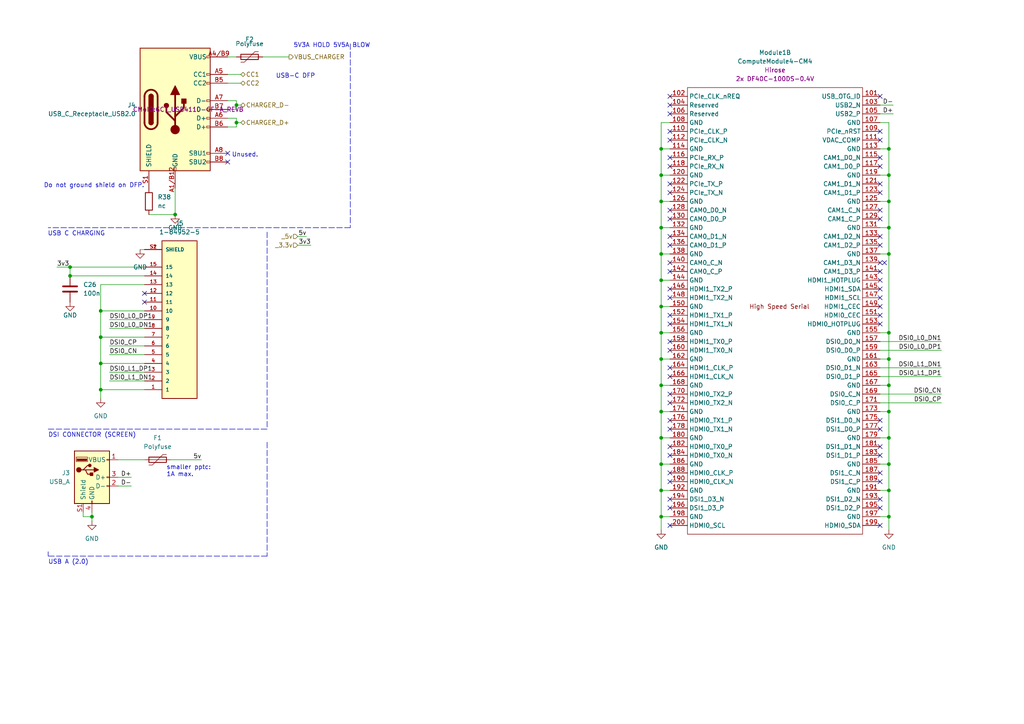
<source format=kicad_sch>
(kicad_sch (version 20211123) (generator eeschema)
  (paper "A4")
  (title_block (date "2022-04-23") (rev "Rev1-Pre") (comment 1 "https://github.com/cinnamondev/gamepithing"))
  (lib_symbols
    (symbol "84952-5:1-84952-5" (pin_names (offset 1.016))
      (property "Reference" "J" (at -5.08 24.13 0))
      (property "Value" "1-84952-5" (at -5.08 -25.4 0))
      (symbol "1-84952-5_0_0"
        (rectangle (start -5.08 -22.86) (end 5.08 22.86) (stroke (width 0.254)) (fill (type background)))
        (pin passive line (at -10.16 20.32 0) (length 5.08) (name "1") (number "1"))
        (pin passive line (at -10.16 -2.54 0) (length 5.08) (name "10") (number "10"))
        (pin passive line (at -10.16 -5.08 0) (length 5.08) (name "11") (number "11"))
        (pin passive line (at -10.16 -7.62 0) (length 5.08) (name "12") (number "12"))
        (pin passive line (at -10.16 -10.16 0) (length 5.08) (name "13") (number "13"))
        (pin passive line (at -10.16 -12.7 0) (length 5.08) (name "14") (number "14"))
        (pin passive line (at -10.16 -15.24 0) (length 5.08) (name "15") (number "15"))
        (pin passive line (at -10.16 17.78 0) (length 5.08) (name "2") (number "2"))
        (pin passive line (at -10.16 15.24 0) (length 5.08) (name "3") (number "3"))
        (pin passive line (at -10.16 12.7 0) (length 5.08) (name "4") (number "4"))
        (pin passive line (at -10.16 10.16 0) (length 5.08) (name "5") (number "5"))
        (pin passive line (at -10.16 7.62 0) (length 5.08) (name "6") (number "6"))
        (pin passive line (at -10.16 5.08 0) (length 5.08) (name "7") (number "7"))
        (pin passive line (at -10.16 2.54 0) (length 5.08) (name "8") (number "8"))
        (pin passive line (at -10.16 0 0) (length 5.08) (name "9") (number "9"))
        (pin passive line (at -10.16 -20.32 0) (length 5.08) (name "SHIELD") (number "S1"))
        (pin passive line (at -10.16 -20.32 0) (length 5.08) (name "SHIELD") (number "S2"))
      )
    )
    (symbol "CM4IO:ComputeModule4-CM4"
      (property "Reference" "Module" (at 113.03 -68.58 0))
      (property "Value" "ComputeModule4-CM4" (at 140.97 2.54 0))
      (property "Field4" "Hirose" (at 0 0 0))
      (property "Field5" "2x DF40C-100DS-0.4V" (at 0 -2.54 0))
      (symbol "ComputeModule4-CM4_1_0"
        (text "GPIO" (at 0 6.35 0) (effects (font (size 1.27 1.27))))
      )
      (symbol "ComputeModule4-CM4_1_1"
        (rectangle (start -30.48 -71.12) (end 25.4 58.42))
        (text "600mA Max" (at -8.89 -53.34 0) (effects (font (size 1.27 1.27))))
        (text "600mA Max" (at -8.89 -48.26 0) (effects (font (size 1.27 1.27))))
        (text "NB SD signals are only available" (at -1.27 -27.94 0) (effects (font (size 1.27 1.27))))
        (text "on modules without eMMC" (at -1.27 -30.48 0) (effects (font (size 1.27 1.27))))
        (pin power_in line (at 27.94 55.88 180) (length 2.54) (name "GND") (number "1"))
        (pin passive line (at -33.02 45.72 0) (length 2.54) (name "Ethernet_Pair0_N") (number "10"))
        (pin output line (at -33.02 -68.58 0) (length 2.54) (name "nEXTRST") (number "100"))
        (pin passive line (at 27.94 43.18 180) (length 2.54) (name "Ethernet_Pair2_P") (number "11"))
        (pin passive line (at -33.02 43.18 0) (length 2.54) (name "Ethernet_Pair0_P") (number "12"))
        (pin power_in line (at 27.94 40.64 180) (length 2.54) (name "GND") (number "13"))
        (pin power_in line (at -33.02 40.64 0) (length 2.54) (name "GND") (number "14"))
        (pin output line (at 27.94 38.1 180) (length 2.54) (name "Ethernet_nLED3(3.3v)") (number "15"))
        (pin input line (at -33.02 38.1 0) (length 2.54) (name "Ethernet_SYNC_IN(1.8v)") (number "16"))
        (pin output line (at 27.94 35.56 180) (length 2.54) (name "Ethernet_nLED2(3.3v)") (number "17"))
        (pin input line (at -33.02 35.56 0) (length 2.54) (name "Ethernet_SYNC_OUT(1.8v)") (number "18"))
        (pin output line (at 27.94 33.02 180) (length 2.54) (name "Ethernet_nLED1(3.3v)") (number "19"))
        (pin power_in line (at -33.02 55.88 0) (length 2.54) (name "GND") (number "2"))
        (pin passive line (at -33.02 33.02 0) (length 2.54) (name "EEPROM_nWP") (number "20"))
        (pin open_collector line (at 27.94 30.48 180) (length 2.54) (name "PI_nLED_Activity") (number "21"))
        (pin power_in line (at -33.02 30.48 0) (length 2.54) (name "GND") (number "22"))
        (pin power_in line (at 27.94 27.94 180) (length 2.54) (name "GND") (number "23"))
        (pin passive line (at -33.02 27.94 0) (length 2.54) (name "GPIO26") (number "24"))
        (pin passive line (at 27.94 25.4 180) (length 2.54) (name "GPIO21") (number "25"))
        (pin passive line (at -33.02 25.4 0) (length 2.54) (name "GPIO19") (number "26"))
        (pin passive line (at 27.94 22.86 180) (length 2.54) (name "GPIO20") (number "27"))
        (pin passive line (at -33.02 22.86 0) (length 2.54) (name "GPIO13") (number "28"))
        (pin passive line (at 27.94 20.32 180) (length 2.54) (name "GPIO16") (number "29"))
        (pin passive line (at 27.94 53.34 180) (length 2.54) (name "Ethernet_Pair3_P") (number "3"))
        (pin passive line (at -33.02 20.32 0) (length 2.54) (name "GPIO6") (number "30"))
        (pin passive line (at 27.94 17.78 180) (length 2.54) (name "GPIO12") (number "31"))
        (pin power_in line (at -33.02 17.78 0) (length 2.54) (name "GND") (number "32"))
        (pin power_in line (at 27.94 15.24 180) (length 2.54) (name "GND") (number "33"))
        (pin passive line (at -33.02 15.24 0) (length 2.54) (name "GPIO5") (number "34"))
        (pin passive line (at 27.94 12.7 180) (length 2.54) (name "ID_SC") (number "35"))
        (pin passive line (at -33.02 12.7 0) (length 2.54) (name "ID_SD") (number "36"))
        (pin passive line (at 27.94 10.16 180) (length 2.54) (name "GPIO7") (number "37"))
        (pin passive line (at -33.02 10.16 0) (length 2.54) (name "GPIO11") (number "38"))
        (pin passive line (at 27.94 7.62 180) (length 2.54) (name "GPIO8") (number "39"))
        (pin passive line (at -33.02 53.34 0) (length 2.54) (name "Ethernet_Pair1_P") (number "4"))
        (pin passive line (at -33.02 7.62 0) (length 2.54) (name "GPIO9") (number "40"))
        (pin passive line (at 27.94 5.08 180) (length 2.54) (name "GPIO25") (number "41"))
        (pin power_in line (at -33.02 5.08 0) (length 2.54) (name "GND") (number "42"))
        (pin power_in line (at 27.94 2.54 180) (length 2.54) (name "GND") (number "43"))
        (pin passive line (at -33.02 2.54 0) (length 2.54) (name "GPIO10") (number "44"))
        (pin passive line (at 27.94 0 180) (length 2.54) (name "GPIO24") (number "45"))
        (pin passive line (at -33.02 0 0) (length 2.54) (name "GPIO22") (number "46"))
        (pin passive line (at 27.94 -2.54 180) (length 2.54) (name "GPIO23") (number "47"))
        (pin passive line (at -33.02 -2.54 0) (length 2.54) (name "GPIO27") (number "48"))
        (pin passive line (at 27.94 -5.08 180) (length 2.54) (name "GPIO18") (number "49"))
        (pin passive line (at 27.94 50.8 180) (length 2.54) (name "Ethernet_Pair3_N") (number "5"))
        (pin passive line (at -33.02 -5.08 0) (length 2.54) (name "GPIO17") (number "50"))
        (pin passive line (at 27.94 -7.62 180) (length 2.54) (name "GPIO15") (number "51"))
        (pin power_in line (at -33.02 -7.62 0) (length 2.54) (name "GND") (number "52"))
        (pin power_in line (at 27.94 -10.16 180) (length 2.54) (name "GND") (number "53"))
        (pin passive line (at -33.02 -10.16 0) (length 2.54) (name "GPIO4") (number "54"))
        (pin passive line (at 27.94 -12.7 180) (length 2.54) (name "GPIO14") (number "55"))
        (pin passive line (at -33.02 -12.7 0) (length 2.54) (name "GPIO3") (number "56"))
        (pin passive line (at 27.94 -15.24 180) (length 2.54) (name "SD_CLK") (number "57"))
        (pin passive line (at -33.02 -15.24 0) (length 2.54) (name "GPIO2") (number "58"))
        (pin power_in line (at 27.94 -17.78 180) (length 2.54) (name "GND") (number "59"))
        (pin passive line (at -33.02 50.8 0) (length 2.54) (name "Ethernet_Pair1_N") (number "6"))
        (pin power_in line (at -33.02 -17.78 0) (length 2.54) (name "GND") (number "60"))
        (pin passive line (at 27.94 -20.32 180) (length 2.54) (name "SD_DAT3") (number "61"))
        (pin passive line (at -33.02 -20.32 0) (length 2.54) (name "SD_CMD") (number "62"))
        (pin passive line (at 27.94 -22.86 180) (length 2.54) (name "SD_DAT0") (number "63"))
        (pin passive line (at -33.02 -22.86 0) (length 2.54) (name "SD_DAT5") (number "64"))
        (pin power_in line (at 27.94 -25.4 180) (length 2.54) (name "GND") (number "65"))
        (pin power_in line (at -33.02 -25.4 0) (length 2.54) (name "GND") (number "66"))
        (pin passive line (at 27.94 -27.94 180) (length 2.54) (name "SD_DAT1") (number "67"))
        (pin passive line (at -33.02 -27.94 0) (length 2.54) (name "SD_DAT4") (number "68"))
        (pin passive line (at 27.94 -30.48 180) (length 2.54) (name "SD_DAT2") (number "69"))
        (pin power_in line (at 27.94 48.26 180) (length 2.54) (name "GND") (number "7"))
        (pin passive line (at -33.02 -30.48 0) (length 2.54) (name "SD_DAT7") (number "70"))
        (pin power_in line (at 27.94 -33.02 180) (length 2.54) (name "GND") (number "71"))
        (pin passive line (at -33.02 -33.02 0) (length 2.54) (name "SD_DAT6") (number "72"))
        (pin input line (at 27.94 -35.56 180) (length 2.54) (name "SD_VDD_Override") (number "73"))
        (pin power_in line (at -33.02 -35.56 0) (length 2.54) (name "GND") (number "74"))
        (pin output line (at 27.94 -38.1 180) (length 2.54) (name "SD_PWR_ON") (number "75"))
        (pin passive line (at -33.02 -38.1 0) (length 2.54) (name "Reserved") (number "76"))
        (pin power_in line (at 27.94 -40.64 180) (length 2.54) (name "+5v_(Input)") (number "77"))
        (pin power_in line (at -33.02 -40.64 0) (length 2.54) (name "GPIO_VREF(1.8v/3.3v_Input)") (number "78"))
        (pin power_in line (at 27.94 -43.18 180) (length 2.54) (name "+5v_(Input)") (number "79"))
        (pin power_in line (at -33.02 48.26 0) (length 2.54) (name "GND") (number "8"))
        (pin passive line (at -33.02 -43.18 0) (length 2.54) (name "SCL0") (number "80"))
        (pin power_in line (at 27.94 -45.72 180) (length 2.54) (name "+5v_(Input)") (number "81"))
        (pin passive line (at -33.02 -45.72 0) (length 2.54) (name "SDA0") (number "82"))
        (pin power_in line (at 27.94 -48.26 180) (length 2.54) (name "+5v_(Input)") (number "83"))
        (pin power_out line (at -33.02 -48.26 0) (length 2.54) (name "+3.3v_(Output)") (number "84"))
        (pin power_in line (at 27.94 -50.8 180) (length 2.54) (name "+5v_(Input)") (number "85"))
        (pin power_out line (at -33.02 -50.8 0) (length 2.54) (name "+3.3v_(Output)") (number "86"))
        (pin power_in line (at 27.94 -53.34 180) (length 2.54) (name "+5v_(Input)") (number "87"))
        (pin power_out line (at -33.02 -53.34 0) (length 2.54) (name "+1.8v_(Output)") (number "88"))
        (pin power_in line (at 27.94 -55.88 180) (length 2.54) (name "WiFi_nDisable") (number "89"))
        (pin passive line (at 27.94 45.72 180) (length 2.54) (name "Ethernet_Pair2_N") (number "9"))
        (pin power_out line (at -33.02 -55.88 0) (length 2.54) (name "+1.8v_(Output)") (number "90"))
        (pin power_in line (at 27.94 -58.42 180) (length 2.54) (name "BT_nDisable") (number "91"))
        (pin passive line (at -33.02 -58.42 0) (length 2.54) (name "RUN_PG") (number "92"))
        (pin input line (at 27.94 -60.96 180) (length 2.54) (name "nRPIBOOT") (number "93"))
        (pin passive line (at -33.02 -60.96 0) (length 2.54) (name "AnalogIP1") (number "94"))
        (pin output line (at 27.94 -63.5 180) (length 2.54) (name "nPI_LED_PWR") (number "95"))
        (pin passive line (at -33.02 -63.5 0) (length 2.54) (name "AnalogIP0") (number "96"))
        (pin passive line (at 27.94 -66.04 180) (length 2.54) (name "Camera_GPIO") (number "97"))
        (pin power_in line (at -33.02 -66.04 0) (length 2.54) (name "GND") (number "98"))
        (pin input line (at 27.94 -68.58 180) (length 2.54) (name "Global_EN") (number "99"))
      )
      (symbol "ComputeModule4-CM4_2_1"
        (rectangle (start 114.3 -66.04) (end 165.1 63.5))
        (text "High Speed Serial" (at 140.97 0 0) (effects (font (size 1.27 1.27))))
        (pin input line (at 170.18 60.96 180) (length 5.08) (name "USB_OTG_ID") (number "101"))
        (pin input line (at 109.22 60.96 0) (length 5.08) (name "PCIe_CLK_nREQ") (number "102"))
        (pin passive line (at 170.18 58.42 180) (length 5.08) (name "USB2_N") (number "103"))
        (pin passive line (at 109.22 58.42 0) (length 5.08) (name "Reserved") (number "104"))
        (pin passive line (at 170.18 55.88 180) (length 5.08) (name "USB2_P") (number "105"))
        (pin passive line (at 109.22 55.88 0) (length 5.08) (name "Reserved") (number "106"))
        (pin power_in line (at 170.18 53.34 180) (length 5.08) (name "GND") (number "107"))
        (pin power_in line (at 109.22 53.34 0) (length 5.08) (name "GND") (number "108"))
        (pin bidirectional line (at 170.18 50.8 180) (length 5.08) (name "PCIe_nRST") (number "109"))
        (pin output line (at 109.22 50.8 0) (length 5.08) (name "PCIe_CLK_P") (number "110"))
        (pin passive line (at 170.18 48.26 180) (length 5.08) (name "VDAC_COMP") (number "111"))
        (pin output line (at 109.22 48.26 0) (length 5.08) (name "PCIe_CLK_N") (number "112"))
        (pin power_in line (at 170.18 45.72 180) (length 5.08) (name "GND") (number "113"))
        (pin power_in line (at 109.22 45.72 0) (length 5.08) (name "GND") (number "114"))
        (pin input line (at 170.18 43.18 180) (length 5.08) (name "CAM1_D0_N") (number "115"))
        (pin input line (at 109.22 43.18 0) (length 5.08) (name "PCIe_RX_P") (number "116"))
        (pin input line (at 170.18 40.64 180) (length 5.08) (name "CAM1_D0_P") (number "117"))
        (pin input line (at 109.22 40.64 0) (length 5.08) (name "PCIe_RX_N") (number "118"))
        (pin power_in line (at 170.18 38.1 180) (length 5.08) (name "GND") (number "119"))
        (pin power_in line (at 109.22 38.1 0) (length 5.08) (name "GND") (number "120"))
        (pin input line (at 170.18 35.56 180) (length 5.08) (name "CAM1_D1_N") (number "121"))
        (pin output line (at 109.22 35.56 0) (length 5.08) (name "PCIe_TX_P") (number "122"))
        (pin input line (at 170.18 33.02 180) (length 5.08) (name "CAM1_D1_P") (number "123"))
        (pin output line (at 109.22 33.02 0) (length 5.08) (name "PCIe_TX_N") (number "124"))
        (pin power_in line (at 170.18 30.48 180) (length 5.08) (name "GND") (number "125"))
        (pin power_in line (at 109.22 30.48 0) (length 5.08) (name "GND") (number "126"))
        (pin input line (at 170.18 27.94 180) (length 5.08) (name "CAM1_C_N") (number "127"))
        (pin input line (at 109.22 27.94 0) (length 5.08) (name "CAM0_D0_N") (number "128"))
        (pin input line (at 170.18 25.4 180) (length 5.08) (name "CAM1_C_P") (number "129"))
        (pin input line (at 109.22 25.4 0) (length 5.08) (name "CAM0_D0_P") (number "130"))
        (pin power_in line (at 170.18 22.86 180) (length 5.08) (name "GND") (number "131"))
        (pin power_in line (at 109.22 22.86 0) (length 5.08) (name "GND") (number "132"))
        (pin input line (at 170.18 20.32 180) (length 5.08) (name "CAM1_D2_N") (number "133"))
        (pin input line (at 109.22 20.32 0) (length 5.08) (name "CAM0_D1_N") (number "134"))
        (pin input line (at 170.18 17.78 180) (length 5.08) (name "CAM1_D2_P") (number "135"))
        (pin input line (at 109.22 17.78 0) (length 5.08) (name "CAM0_D1_P") (number "136"))
        (pin power_in line (at 170.18 15.24 180) (length 5.08) (name "GND") (number "137"))
        (pin power_in line (at 109.22 15.24 0) (length 5.08) (name "GND") (number "138"))
        (pin input line (at 170.18 12.7 180) (length 5.08) (name "CAM1_D3_N") (number "139"))
        (pin input line (at 109.22 12.7 0) (length 5.08) (name "CAM0_C_N") (number "140"))
        (pin input line (at 170.18 10.16 180) (length 5.08) (name "CAM1_D3_P") (number "141"))
        (pin input line (at 109.22 10.16 0) (length 5.08) (name "CAM0_C_P") (number "142"))
        (pin input line (at 170.18 7.62 180) (length 5.08) (name "HDMI1_HOTPLUG") (number "143"))
        (pin power_in line (at 109.22 7.62 0) (length 5.08) (name "GND") (number "144"))
        (pin bidirectional line (at 170.18 5.08 180) (length 5.08) (name "HDMI1_SDA") (number "145"))
        (pin output line (at 109.22 5.08 0) (length 5.08) (name "HDMI1_TX2_P") (number "146"))
        (pin open_collector line (at 170.18 2.54 180) (length 5.08) (name "HDMI1_SCL") (number "147"))
        (pin output line (at 109.22 2.54 0) (length 5.08) (name "HDMI1_TX2_N") (number "148"))
        (pin open_collector line (at 170.18 0 180) (length 5.08) (name "HDMI1_CEC") (number "149"))
        (pin power_in line (at 109.22 0 0) (length 5.08) (name "GND") (number "150"))
        (pin open_collector line (at 170.18 -2.54 180) (length 5.08) (name "HDMI0_CEC") (number "151"))
        (pin output line (at 109.22 -2.54 0) (length 5.08) (name "HDMI1_TX1_P") (number "152"))
        (pin input line (at 170.18 -5.08 180) (length 5.08) (name "HDMI0_HOTPLUG") (number "153"))
        (pin output line (at 109.22 -5.08 0) (length 5.08) (name "HDMI1_TX1_N") (number "154"))
        (pin power_in line (at 170.18 -7.62 180) (length 5.08) (name "GND") (number "155"))
        (pin power_in line (at 109.22 -7.62 0) (length 5.08) (name "GND") (number "156"))
        (pin output line (at 170.18 -10.16 180) (length 5.08) (name "DSI0_D0_N") (number "157"))
        (pin output line (at 109.22 -10.16 0) (length 5.08) (name "HDMI1_TX0_P") (number "158"))
        (pin output line (at 170.18 -12.7 180) (length 5.08) (name "DSI0_D0_P") (number "159"))
        (pin output line (at 109.22 -12.7 0) (length 5.08) (name "HDMI1_TX0_N") (number "160"))
        (pin power_in line (at 170.18 -15.24 180) (length 5.08) (name "GND") (number "161"))
        (pin power_in line (at 109.22 -15.24 0) (length 5.08) (name "GND") (number "162"))
        (pin output line (at 170.18 -17.78 180) (length 5.08) (name "DSI0_D1_N") (number "163"))
        (pin output line (at 109.22 -17.78 0) (length 5.08) (name "HDMI1_CLK_P") (number "164"))
        (pin output line (at 170.18 -20.32 180) (length 5.08) (name "DSI0_D1_P") (number "165"))
        (pin output line (at 109.22 -20.32 0) (length 5.08) (name "HDMI1_CLK_N") (number "166"))
        (pin power_in line (at 170.18 -22.86 180) (length 5.08) (name "GND") (number "167"))
        (pin power_in line (at 109.22 -22.86 0) (length 5.08) (name "GND") (number "168"))
        (pin output line (at 170.18 -25.4 180) (length 5.08) (name "DSI0_C_N") (number "169"))
        (pin output line (at 109.22 -25.4 0) (length 5.08) (name "HDMI0_TX2_P") (number "170"))
        (pin output line (at 170.18 -27.94 180) (length 5.08) (name "DSI0_C_P") (number "171"))
        (pin output line (at 109.22 -27.94 0) (length 5.08) (name "HDMI0_TX2_N") (number "172"))
        (pin power_in line (at 170.18 -30.48 180) (length 5.08) (name "GND") (number "173"))
        (pin power_in line (at 109.22 -30.48 0) (length 5.08) (name "GND") (number "174"))
        (pin output line (at 170.18 -33.02 180) (length 5.08) (name "DSI1_D0_N") (number "175"))
        (pin output line (at 109.22 -33.02 0) (length 5.08) (name "HDMI0_TX1_P") (number "176"))
        (pin output line (at 170.18 -35.56 180) (length 5.08) (name "DSI1_D0_P") (number "177"))
        (pin output line (at 109.22 -35.56 0) (length 5.08) (name "HDMI0_TX1_N") (number "178"))
        (pin power_in line (at 170.18 -38.1 180) (length 5.08) (name "GND") (number "179"))
        (pin power_in line (at 109.22 -38.1 0) (length 5.08) (name "GND") (number "180"))
        (pin output line (at 170.18 -40.64 180) (length 5.08) (name "DSI1_D1_N") (number "181"))
        (pin output line (at 109.22 -40.64 0) (length 5.08) (name "HDMI0_TX0_P") (number "182"))
        (pin output line (at 170.18 -43.18 180) (length 5.08) (name "DSI1_D1_P") (number "183"))
        (pin output line (at 109.22 -43.18 0) (length 5.08) (name "HDMI0_TX0_N") (number "184"))
        (pin power_in line (at 170.18 -45.72 180) (length 5.08) (name "GND") (number "185"))
        (pin power_in line (at 109.22 -45.72 0) (length 5.08) (name "GND") (number "186"))
        (pin output line (at 170.18 -48.26 180) (length 5.08) (name "DSI1_C_N") (number "187"))
        (pin output line (at 109.22 -48.26 0) (length 5.08) (name "HDMI0_CLK_P") (number "188"))
        (pin output line (at 170.18 -50.8 180) (length 5.08) (name "DSI1_C_P") (number "189"))
        (pin output line (at 109.22 -50.8 0) (length 5.08) (name "HDMI0_CLK_N") (number "190"))
        (pin power_in line (at 170.18 -53.34 180) (length 5.08) (name "GND") (number "191"))
        (pin power_in line (at 109.22 -53.34 0) (length 5.08) (name "GND") (number "192"))
        (pin output line (at 170.18 -55.88 180) (length 5.08) (name "DSI1_D2_N") (number "193"))
        (pin output line (at 109.22 -55.88 0) (length 5.08) (name "DSI1_D3_N") (number "194"))
        (pin output line (at 170.18 -58.42 180) (length 5.08) (name "DSI1_D2_P") (number "195"))
        (pin output line (at 109.22 -58.42 0) (length 5.08) (name "DSI1_D3_P") (number "196"))
        (pin power_in line (at 170.18 -60.96 180) (length 5.08) (name "GND") (number "197"))
        (pin power_in line (at 109.22 -60.96 0) (length 5.08) (name "GND") (number "198"))
        (pin bidirectional line (at 170.18 -63.5 180) (length 5.08) (name "HDMI0_SDA") (number "199"))
        (pin open_collector line (at 109.22 -63.5 0) (length 5.08) (name "HDMI0_SCL") (number "200"))
      )
    )
    (symbol "Connector:USB_A" (pin_names (offset 1.016))
      (property "Reference" "J3" (at -6.35 1.2701 0))
      (property "Value" "USB_A" (at -6.35 -1.2699 0))
      (symbol "USB_A_0_1"
        (rectangle (start -5.08 -7.62) (end 5.08 7.62) (stroke (width 0.254)) (fill (type background)))
        (circle (center -3.81 2.159) (radius 0.635) (stroke (width 0.254)) (fill (type outline)))
        (rectangle (start -1.524 4.826) (end -4.318 5.334) (fill (type outline)))
        (rectangle (start -1.27 4.572) (end -4.572 5.842))
        (circle (center -0.635 3.429) (radius 0.381) (stroke (width 0.254)) (fill (type outline)))
        (rectangle (start -0.127 -7.62) (end 0.127 -6.858))
        (polyline (pts (xy -3.175 2.159) (xy -2.54 2.159) (xy -1.27 3.429) (xy -0.635 3.429)) (stroke (width 0.254)))
        (polyline (pts (xy -2.54 2.159) (xy -1.905 2.159) (xy -1.27 0.889) (xy 0 0.889)) (stroke (width 0.254)))
        (polyline (pts (xy 0.635 2.794) (xy 0.635 1.524) (xy 1.905 2.159) (xy 0.635 2.794)) (stroke (width 0.254)) (fill (type outline)))
        (rectangle (start 0.254 1.27) (end -0.508 0.508) (stroke (width 0.254)) (fill (type outline)))
        (rectangle (start 5.08 -2.667) (end 4.318 -2.413))
        (rectangle (start 5.08 -0.127) (end 4.318 0.127))
        (rectangle (start 5.08 4.953) (end 4.318 5.207))
      )
      (symbol "USB_A_1_1"
        (polyline (pts (xy -1.905 2.159) (xy 0.635 2.159)) (stroke (width 0.254)))
        (pin power_in line (at 7.62 5.08 180) (length 2.54) (name "VBUS") (number "1"))
        (pin bidirectional line (at 7.62 -2.54 180) (length 2.54) (name "D-") (number "2"))
        (pin bidirectional line (at 7.62 0 180) (length 2.54) (name "D+") (number "3"))
        (pin power_in line (at 0 -10.16 90) (length 2.54) (name "GND") (number "4"))
        (pin passive line (at -2.54 -10.16 90) (length 2.54) (name "Shield") (number "S1"))
        (pin passive line (at -2.54 -10.16 90) (length 2.54) hide (name "Shield") (number "S2"))
      )
    )
    (symbol "Connector:USB_C_Receptacle_USB2.0" (pin_names (offset 1.016))
      (property "Reference" "J4" (at -11.43 1.2701 0))
      (property "Value" "USB_C_Receptacle_USB2.0" (at -11.43 -1.2699 0))
      (property "Footprint" "CM4IO:GCT_USB4110-GF-A_REVB" (at 3.81 0 0))
      (symbol "USB_C_Receptacle_USB2.0_0_0"
        (rectangle (start -0.254 -17.78) (end 0.254 -16.764))
        (rectangle (start 10.16 -14.986) (end 9.144 -15.494))
        (rectangle (start 10.16 -12.446) (end 9.144 -12.954))
        (rectangle (start 10.16 -4.826) (end 9.144 -5.334))
        (rectangle (start 10.16 -2.286) (end 9.144 -2.794))
        (rectangle (start 10.16 0.254) (end 9.144 -0.254))
        (rectangle (start 10.16 2.794) (end 9.144 2.286))
        (rectangle (start 10.16 7.874) (end 9.144 7.366))
        (rectangle (start 10.16 10.414) (end 9.144 9.906))
        (rectangle (start 10.16 15.494) (end 9.144 14.986))
      )
      (symbol "USB_C_Receptacle_USB2.0_0_1"
        (rectangle (start -10.16 17.78) (end 10.16 -17.78) (stroke (width 0.254)) (fill (type background)))
        (arc (start -8.89 -3.81) (mid -6.985 -5.715) (end -5.08 -3.81) (stroke (width 0.508)))
        (arc (start -7.62 -3.81) (mid -6.985 -4.445) (end -6.35 -3.81) (stroke (width 0.254)))
        (arc (start -7.62 -3.81) (mid -6.985 -4.445) (end -6.35 -3.81) (stroke (width 0.254)) (fill (type outline)))
        (rectangle (start -7.62 -3.81) (end -6.35 3.81) (stroke (width 0.254)) (fill (type outline)))
        (arc (start -6.35 3.81) (mid -6.985 4.445) (end -7.62 3.81) (stroke (width 0.254)))
        (arc (start -6.35 3.81) (mid -6.985 4.445) (end -7.62 3.81) (stroke (width 0.254)) (fill (type outline)))
        (arc (start -5.08 3.81) (mid -6.985 5.715) (end -8.89 3.81) (stroke (width 0.508)))
        (circle (center -2.54 1.143) (radius 0.635) (stroke (width 0.254)) (fill (type outline)))
        (circle (center 0 -5.842) (radius 1.27) (fill (type outline)))
        (polyline (pts (xy -8.89 -3.81) (xy -8.89 3.81)) (stroke (width 0.508)))
        (polyline (pts (xy -5.08 3.81) (xy -5.08 -3.81)) (stroke (width 0.508)))
        (polyline (pts (xy 0 -5.842) (xy 0 4.318)) (stroke (width 0.508)))
        (polyline (pts (xy 0 -3.302) (xy -2.54 -0.762) (xy -2.54 0.508)) (stroke (width 0.508)))
        (polyline (pts (xy 0 -2.032) (xy 2.54 0.508) (xy 2.54 1.778)) (stroke (width 0.508)))
        (polyline (pts (xy -1.27 4.318) (xy 0 6.858) (xy 1.27 4.318) (xy -1.27 4.318)) (stroke (width 0.254)) (fill (type outline)))
        (rectangle (start 1.905 1.778) (end 3.175 3.048) (stroke (width 0.254)) (fill (type outline)))
      )
      (symbol "USB_C_Receptacle_USB2.0_1_1"
        (pin passive line (at 0 -22.86 90) (length 5.08) (name "GND") (number "A1/B12"))
        (pin passive line (at 15.24 15.24 180) (length 5.08) (name "VBUS") (number "A4/B9"))
        (pin bidirectional line (at 15.24 10.16 180) (length 5.08) (name "CC1") (number "A5"))
        (pin bidirectional line (at 15.24 -2.54 180) (length 5.08) (name "D+") (number "A6"))
        (pin bidirectional line (at 15.24 2.54 180) (length 5.08) (name "D-") (number "A7"))
        (pin bidirectional line (at 15.24 -12.7 180) (length 5.08) (name "SBU1") (number "A8"))
        (pin passive line (at 0 -22.86 90) (length 5.08) hide (name "GND") (number "B1/A12"))
        (pin passive line (at 15.24 15.24 180) (length 5.08) hide (name "VBUS") (number "B4/A9"))
        (pin bidirectional line (at 15.24 7.62 180) (length 5.08) (name "CC2") (number "B5"))
        (pin bidirectional line (at 15.24 -5.08 180) (length 5.08) (name "D+") (number "B6"))
        (pin bidirectional line (at 15.24 0 180) (length 5.08) (name "D-") (number "B7"))
        (pin bidirectional line (at 15.24 -15.24 180) (length 5.08) (name "SBU2") (number "B8"))
        (pin passive line (at -7.62 -22.86 90) (length 5.08) (name "SHIELD") (number "S1"))
      )
    )
    (symbol "Device:C" (pin_numbers hide) (pin_names (offset 0.254))
      (property "Reference" "C" (at 0.635 2.54 0))
      (property "Value" "C" (at 0.635 -2.54 0))
      (symbol "C_0_1"
        (polyline (pts (xy -2.032 -0.762) (xy 2.032 -0.762)) (stroke (width 0.508)))
        (polyline (pts (xy -2.032 0.762) (xy 2.032 0.762)) (stroke (width 0.508)))
      )
      (symbol "C_1_1"
        (pin passive line (at 0 3.81 270) (length 2.794) (name "~") (number "1"))
        (pin passive line (at 0 -3.81 90) (length 2.794) (name "~") (number "2"))
      )
    )
    (symbol "Device:Polyfuse" (pin_numbers hide) (pin_names (offset 0))
      (property "Reference" "F" (at -2.54 0 90))
      (property "Value" "Polyfuse" (at 2.54 0 90))
      (symbol "Polyfuse_0_1"
        (rectangle (start -0.762 2.54) (end 0.762 -2.54) (stroke (width 0.254)))
        (polyline (pts (xy 0 2.54) (xy 0 -2.54)))
        (polyline (pts (xy -1.524 2.54) (xy -1.524 1.524) (xy 1.524 -1.524) (xy 1.524 -2.54)))
      )
      (symbol "Polyfuse_1_1"
        (pin passive line (at 0 3.81 270) (length 1.27) (name "~") (number "1"))
        (pin passive line (at 0 -3.81 90) (length 1.27) (name "~") (number "2"))
      )
    )
    (symbol "Device:R" (pin_numbers hide) (pin_names (offset 0))
      (property "Reference" "R" (at 2.032 0 90))
      (property "Value" "R" (at 0 0 90))
      (symbol "R_0_1"
        (rectangle (start -1.016 -2.54) (end 1.016 2.54) (stroke (width 0.254)))
      )
      (symbol "R_1_1"
        (pin passive line (at 0 3.81 270) (length 1.27) (name "~") (number "1"))
        (pin passive line (at 0 -3.81 90) (length 1.27) (name "~") (number "2"))
      )
    )
    (symbol "power:GND" (power) (pin_names (offset 0))
      (property "Value" "GND" (at 0 -3.81 0))
      (symbol "GND_0_1"
        (polyline (pts (xy 0 0) (xy 0 -1.27) (xy 1.27 -1.27) (xy 0 -2.54) (xy -1.27 -1.27) (xy 0 -1.27)))
      )
      (symbol "GND_1_1"
        (pin power_in line (at 0 0 270) (length 0) hide (name "GND") (number "1"))
      )
    )
  )
  (junction (at 257.81 73.66))
  (junction (at 191.77 66.04))
  (junction (at 191.77 73.66))
  (junction (at 257.81 127))
  (junction (at 191.77 58.42))
  (junction (at 257.81 134.62))
  (junction (at 191.77 149.86))
  (junction (at 257.81 43.18))
  (junction (at 257.81 96.52))
  (junction (at 20.32 80.01))
  (junction (at 257.81 119.38))
  (junction (at 50.8 62.23))
  (junction (at 191.77 43.18))
  (junction (at 191.77 119.38))
  (junction (at 257.81 50.8))
  (junction (at 191.77 104.14))
  (junction (at 20.32 77.47))
  (junction (at 191.77 96.52))
  (junction (at 191.77 142.24))
  (junction (at 257.81 142.24))
  (junction (at 191.77 81.28))
  (junction (at 191.77 111.76))
  (junction (at 257.81 66.04))
  (junction (at 29.21 90.17))
  (junction (at 29.21 105.41))
  (junction (at 191.77 50.8))
  (junction (at 257.81 149.86))
  (junction (at 257.81 104.14))
  (junction (at 68.58 35.56))
  (junction (at 191.77 134.62))
  (junction (at 257.81 111.76))
  (junction (at 191.77 127))
  (junction (at 29.21 113.03))
  (junction (at 257.81 58.42))
  (junction (at 26.67 149.86))
  (junction (at 191.77 88.9))
  (junction (at 29.21 97.79))
  (junction (at 68.58 30.48))
  (no_connect (at 66.04 44.45))
  (no_connect (at 66.04 46.99))
  (no_connect (at 194.31 152.4))
  (no_connect (at 194.31 144.78))
  (no_connect (at 194.31 147.32))
  (no_connect (at 194.31 129.54))
  (no_connect (at 194.31 132.08))
  (no_connect (at 194.31 137.16))
  (no_connect (at 194.31 139.7))
  (no_connect (at 194.31 114.3))
  (no_connect (at 194.31 116.84))
  (no_connect (at 194.31 121.92))
  (no_connect (at 194.31 124.46))
  (no_connect (at 255.27 38.1))
  (no_connect (at 255.27 40.64))
  (no_connect (at 255.27 27.94))
  (no_connect (at 255.27 55.88))
  (no_connect (at 255.27 53.34))
  (no_connect (at 255.27 48.26))
  (no_connect (at 255.27 45.72))
  (no_connect (at 255.27 152.4))
  (no_connect (at 255.27 139.7))
  (no_connect (at 255.27 137.16))
  (no_connect (at 255.27 132.08))
  (no_connect (at 255.27 129.54))
  (no_connect (at 255.27 124.46))
  (no_connect (at 255.27 147.32))
  (no_connect (at 255.27 144.78))
  (no_connect (at 194.31 83.82))
  (no_connect (at 194.31 86.36))
  (no_connect (at 194.31 78.74))
  (no_connect (at 194.31 106.68))
  (no_connect (at 194.31 109.22))
  (no_connect (at 194.31 91.44))
  (no_connect (at 194.31 93.98))
  (no_connect (at 194.31 99.06))
  (no_connect (at 194.31 101.6))
  (no_connect (at 194.31 76.2))
  (no_connect (at 194.31 71.12))
  (no_connect (at 194.31 68.58))
  (no_connect (at 194.31 33.02))
  (no_connect (at 194.31 30.48))
  (no_connect (at 194.31 27.94))
  (no_connect (at 194.31 45.72))
  (no_connect (at 194.31 48.26))
  (no_connect (at 194.31 55.88))
  (no_connect (at 194.31 53.34))
  (no_connect (at 194.31 60.96))
  (no_connect (at 194.31 63.5))
  (no_connect (at 194.31 40.64))
  (no_connect (at 194.31 38.1))
  (no_connect (at 255.27 71.12))
  (no_connect (at 255.27 68.58))
  (no_connect (at 255.27 78.74))
  (no_connect (at 255.27 76.2))
  (no_connect (at 256.54 76.2))
  (no_connect (at 255.27 93.98))
  (no_connect (at 255.27 91.44))
  (no_connect (at 255.27 88.9))
  (no_connect (at 255.27 86.36))
  (no_connect (at 255.27 83.82))
  (no_connect (at 255.27 81.28))
  (no_connect (at 255.27 63.5))
  (no_connect (at 255.27 60.96))
  (no_connect (at 255.27 121.92))
  (no_connect (at 41.91 85.09))
  (no_connect (at 41.91 87.63))
  (wire (pts (xy 255.27 101.6) (xy 273.05 101.6)))
  (wire (pts (xy 194.31 66.04) (xy 191.77 66.04)))
  (wire (pts (xy 255.27 99.06) (xy 273.05 99.06)))
  (polyline (pts (xy 101.6 12.7) (xy 101.6 66.04)))
  (wire (pts (xy 257.81 104.14) (xy 257.81 111.76)))
  (wire (pts (xy 68.58 36.83) (xy 66.04 36.83)))
  (wire (pts (xy 194.31 43.18) (xy 191.77 43.18)))
  (wire (pts (xy 66.04 16.51) (xy 68.58 16.51)))
  (wire (pts (xy 29.21 90.17) (xy 41.91 90.17)))
  (wire (pts (xy 191.77 127) (xy 191.77 134.62)))
  (wire (pts (xy 255.27 66.04) (xy 257.81 66.04)))
  (wire (pts (xy 255.27 33.02) (xy 259.08 33.02)))
  (wire (pts (xy 191.77 73.66) (xy 191.77 81.28)))
  (wire (pts (xy 26.67 149.86) (xy 24.13 149.86)))
  (wire (pts (xy 20.32 77.47) (xy 20.32 80.01)))
  (wire (pts (xy 255.27 134.62) (xy 257.81 134.62)))
  (wire (pts (xy 257.81 35.56) (xy 257.81 43.18)))
  (polyline (pts (xy 13.97 124.46) (xy 77.47 124.46)))
  (wire (pts (xy 38.1 138.43) (xy 34.29 138.43)))
  (wire (pts (xy 29.21 82.55) (xy 41.91 82.55)))
  (wire (pts (xy 24.13 148.59) (xy 24.13 149.86)))
  (wire (pts (xy 49.53 133.35) (xy 58.42 133.35)))
  (wire (pts (xy 257.81 58.42) (xy 257.81 66.04)))
  (wire (pts (xy 191.77 134.62) (xy 191.77 142.24)))
  (wire (pts (xy 68.58 31.75) (xy 66.04 31.75)))
  (wire (pts (xy 255.27 149.86) (xy 257.81 149.86)))
  (wire (pts (xy 86.36 71.12) (xy 90.17 71.12)))
  (wire (pts (xy 255.27 96.52) (xy 257.81 96.52)))
  (wire (pts (xy 194.31 58.42) (xy 191.77 58.42)))
  (wire (pts (xy 194.31 127) (xy 191.77 127)))
  (wire (pts (xy 257.81 66.04) (xy 257.81 73.66)))
  (wire (pts (xy 20.32 80.01) (xy 41.91 80.01)))
  (wire (pts (xy 194.31 96.52) (xy 191.77 96.52)))
  (wire (pts (xy 191.77 81.28) (xy 194.31 81.28)))
  (wire (pts (xy 194.31 134.62) (xy 191.77 134.62)))
  (wire (pts (xy 191.77 66.04) (xy 191.77 73.66)))
  (wire (pts (xy 191.77 149.86) (xy 191.77 142.24)))
  (wire (pts (xy 194.31 104.14) (xy 191.77 104.14)))
  (wire (pts (xy 191.77 104.14) (xy 191.77 111.76)))
  (wire (pts (xy 69.85 35.56) (xy 68.58 35.56)))
  (wire (pts (xy 255.27 116.84) (xy 273.05 116.84)))
  (wire (pts (xy 69.85 30.48) (xy 68.58 30.48)))
  (wire (pts (xy 255.27 50.8) (xy 257.81 50.8)))
  (wire (pts (xy 255.27 142.24) (xy 257.81 142.24)))
  (wire (pts (xy 194.31 50.8) (xy 191.77 50.8)))
  (wire (pts (xy 29.21 113.03) (xy 29.21 105.41)))
  (wire (pts (xy 194.31 142.24) (xy 191.77 142.24)))
  (wire (pts (xy 257.81 73.66) (xy 257.81 96.52)))
  (wire (pts (xy 86.36 68.58) (xy 88.9 68.58)))
  (wire (pts (xy 31.75 107.95) (xy 41.91 107.95)))
  (wire (pts (xy 29.21 105.41) (xy 29.21 97.79)))
  (wire (pts (xy 191.77 43.18) (xy 191.77 50.8)))
  (wire (pts (xy 31.75 110.49) (xy 41.91 110.49)))
  (polyline (pts (xy 77.47 67.31) (xy 77.47 124.46)))
  (wire (pts (xy 31.75 95.25) (xy 41.91 95.25)))
  (wire (pts (xy 66.04 21.59) (xy 69.85 21.59)))
  (wire (pts (xy 191.77 119.38) (xy 191.77 127)))
  (wire (pts (xy 16.51 77.47) (xy 20.32 77.47)))
  (wire (pts (xy 255.27 43.18) (xy 257.81 43.18)))
  (wire (pts (xy 257.81 111.76) (xy 257.81 119.38)))
  (wire (pts (xy 29.21 113.03) (xy 41.91 113.03)))
  (wire (pts (xy 191.77 35.56) (xy 194.31 35.56)))
  (wire (pts (xy 191.77 50.8) (xy 191.77 58.42)))
  (wire (pts (xy 41.91 77.47) (xy 20.32 77.47)))
  (wire (pts (xy 255.27 111.76) (xy 257.81 111.76)))
  (wire (pts (xy 68.58 34.29) (xy 68.58 35.56)))
  (wire (pts (xy 29.21 105.41) (xy 41.91 105.41)))
  (wire (pts (xy 257.81 153.67) (xy 257.81 149.86)))
  (wire (pts (xy 255.27 104.14) (xy 257.81 104.14)))
  (wire (pts (xy 68.58 29.21) (xy 68.58 30.48)))
  (wire (pts (xy 257.81 43.18) (xy 257.81 50.8)))
  (wire (pts (xy 257.81 149.86) (xy 257.81 142.24)))
  (wire (pts (xy 255.27 106.68) (xy 273.05 106.68)))
  (wire (pts (xy 29.21 97.79) (xy 41.91 97.79)))
  (wire (pts (xy 40.64 72.39) (xy 41.91 72.39)))
  (wire (pts (xy 68.58 30.48) (xy 68.58 31.75)))
  (wire (pts (xy 255.27 127) (xy 257.81 127)))
  (wire (pts (xy 38.1 140.97) (xy 34.29 140.97)))
  (wire (pts (xy 191.77 111.76) (xy 191.77 119.38)))
  (wire (pts (xy 50.8 54.61) (xy 50.8 62.23)))
  (wire (pts (xy 194.31 149.86) (xy 191.77 149.86)))
  (wire (pts (xy 34.29 133.35) (xy 41.91 133.35)))
  (wire (pts (xy 26.67 148.59) (xy 26.67 149.86)))
  (wire (pts (xy 29.21 97.79) (xy 29.21 90.17)))
  (wire (pts (xy 257.81 134.62) (xy 257.81 142.24)))
  (wire (pts (xy 68.58 29.21) (xy 66.04 29.21)))
  (wire (pts (xy 191.77 153.67) (xy 191.77 149.86)))
  (wire (pts (xy 31.75 102.87) (xy 41.91 102.87)))
  (wire (pts (xy 194.31 119.38) (xy 191.77 119.38)))
  (wire (pts (xy 257.81 96.52) (xy 257.81 104.14)))
  (wire (pts (xy 255.27 119.38) (xy 257.81 119.38)))
  (wire (pts (xy 255.27 109.22) (xy 273.05 109.22)))
  (wire (pts (xy 191.77 88.9) (xy 194.31 88.9)))
  (wire (pts (xy 257.81 127) (xy 257.81 134.62)))
  (wire (pts (xy 257.81 119.38) (xy 257.81 127)))
  (wire (pts (xy 191.77 58.42) (xy 191.77 66.04)))
  (wire (pts (xy 29.21 90.17) (xy 29.21 82.55)))
  (wire (pts (xy 255.27 114.3) (xy 273.05 114.3)))
  (polyline (pts (xy 77.47 161.29) (xy 13.97 161.29)))
  (wire (pts (xy 26.67 149.86) (xy 26.67 151.13)))
  (wire (pts (xy 255.27 73.66) (xy 257.81 73.66)))
  (wire (pts (xy 257.81 35.56) (xy 255.27 35.56)))
  (wire (pts (xy 31.75 92.71) (xy 41.91 92.71)))
  (wire (pts (xy 66.04 24.13) (xy 69.85 24.13)))
  (polyline (pts (xy 77.47 128.27) (xy 77.47 161.29)))
  (wire (pts (xy 255.27 30.48) (xy 259.08 30.48)))
  (wire (pts (xy 68.58 35.56) (xy 68.58 36.83)))
  (wire (pts (xy 255.27 58.42) (xy 257.81 58.42)))
  (wire (pts (xy 191.77 96.52) (xy 191.77 104.14)))
  (wire (pts (xy 29.21 115.57) (xy 29.21 113.03)))
  (wire (pts (xy 68.58 34.29) (xy 66.04 34.29)))
  (polyline (pts (xy 13.97 160.02) (xy 13.97 161.29)))
  (wire (pts (xy 194.31 111.76) (xy 191.77 111.76)))
  (wire (pts (xy 191.77 81.28) (xy 191.77 88.9)))
  (wire (pts (xy 76.2 16.51) (xy 83.82 16.51)))
  (wire (pts (xy 191.77 88.9) (xy 191.77 96.52)))
  (wire (pts (xy 191.77 35.56) (xy 191.77 43.18)))
  (wire (pts (xy 43.18 62.23) (xy 50.8 62.23)))
  (polyline (pts (xy 101.6 66.04) (xy 13.97 66.04)))
  (wire (pts (xy 31.75 100.33) (xy 41.91 100.33)))
  (wire (pts (xy 194.31 73.66) (xy 191.77 73.66)))
  (wire (pts (xy 257.81 50.8) (xy 257.81 58.42)))
  (text "USB A (2.0)" (at 13.97 163.83 0) (effects (font (size 1.27 1.27)) (justify left bottom)))
  (text "smaller pptc:\n1A max." (at 48.26 138.43 0) (effects (font (size 1.27 1.27)) (justify left bottom)))
  (text "DSI CONNECTOR (SCREEN)" (at 13.97 127 0) (effects (font (size 1.27 1.27)) (justify left bottom)))
  (text "Unused." (at 74.93 45.72 180) (effects (font (size 1.27 1.27)) (justify right bottom)))
  (text "5V3A HOLD 5V5A BLOW" (at 85.09 13.97 0) (effects (font (size 1.27 1.27)) (justify left bottom)))
  (text "USB-C DFP\n" (at 91.44 22.86 180) (effects (font (size 1.27 1.27)) (justify right bottom)))
  (text "USB C CHARGING" (at 30.48 68.58 180) (effects (font (size 1.27 1.27)) (justify right bottom)))
  (text "Do not ground shield on DFP." (at 41.91 54.61 180) (effects (font (size 1.27 1.27)) (justify right bottom)))
  (label "D-" (at 38.1 140.97 180))
  (label "D-" (at 259.08 30.48 180))
  (label "DSI0_CP" (at 273.05 116.84 180))
  (label "DSI0_CN" (at 31.75 102.87 0))
  (label "5v" (at 58.42 133.35 180))
  (label "DSI0_L0_DP1" (at 273.05 101.6 180))
  (label "3v3" (at 16.51 77.47 0))
  (label "DSI0_L1_DN1" (at 31.75 110.49 0))
  (label "DSI0_L0_DP1" (at 31.75 92.71 0))
  (label "DSI0_CN" (at 273.05 114.3 180))
  (label "3v3" (at 90.17 71.12 180))
  (label "DSI0_L1_DN1" (at 273.05 106.68 180))
  (label "5v" (at 88.9 68.58 180))
  (label "DSI0_L1_DP1" (at 31.75 107.95 0))
  (label "DSI0_CP" (at 31.75 100.33 0))
  (label "D+" (at 38.1 138.43 180))
  (label "DSI0_L1_DP1" (at 273.05 109.22 180))
  (label "D+" (at 259.08 33.02 180))
  (label "DSI0_L0_DN1" (at 31.75 95.25 0))
  (label "DSI0_L0_DN1" (at 273.05 99.06 180))
  (hierarchical_label "CC2" (shape bidirectional) (at 69.85 24.13 0))
  (hierarchical_label "VBUS_CHARGER" (shape output) (at 83.82 16.51 0))
  (hierarchical_label "_3.3v" (shape input) (at 86.36 71.12 180))
  (hierarchical_label "_5v" (shape input) (at 86.36 68.58 180))
  (hierarchical_label "CC1" (shape bidirectional) (at 69.85 21.59 0))
  (hierarchical_label "CHARGER_D+" (shape bidirectional) (at 69.85 35.56 0))
  (hierarchical_label "CHARGER_D-" (shape bidirectional) (at 69.85 30.48 0))
  (symbol (lib_id "power:GND") (at 20.32 87.63 0) (unit 1)
    (property "Reference" "#PWR036" (effects hide))
    (property "Value" "GND" (at 20.32 91.44 0))
  )
  (symbol (lib_id "Connector:USB_A") (at 26.67 138.43 0) (unit 1)
    (property "Reference" "J3" (at 20.32 137.1599 0) (effects (justify right)))
    (property "Value" "USB_A" (at 20.32 139.6999 0) (effects (justify right)))
    (property "Footprint" "CM4IO:GCT_USB1125-GF-B_REVA" (effects hide))
    (property "Datasheet" " ~" (effects hide))
  )
  (symbol (lib_id "CM4IO:ComputeModule4-CM4") (at 85.09 88.9 0) (unit 2)
    (property "Reference" "Module1" (at 224.79 15.24 0))
    (property "Value" "ComputeModule4-CM4" (at 224.79 17.78 0))
    (property "Footprint" "CM4IO:Raspberry-Pi-4-Compute-Module" (effects hide))
    (property "Field4" "Hirose" (at 224.79 20.32 0))
    (property "Field5" "2x DF40C-100DS-0.4V" (at 224.79 22.86 0))
  )
  (symbol (lib_id "Device:R") (at 43.18 58.42 0) (unit 1)
    (property "Reference" "R38" (at 45.72 57.1499 0) (effects (justify left)))
    (property "Value" "nc" (at 45.72 59.6899 0) (effects (justify left)))
    (property "Footprint" "Resistor_SMD:R_0805_2012Metric_Pad1.20x1.40mm_HandSolder" (effects hide))
  )
  (symbol (lib_id "power:GND") (at 257.81 153.67 0) (unit 1)
    (property "Reference" "#PWR042" (effects hide))
    (property "Value" "GND" (at 257.81 158.75 0))
  )
  (symbol (lib_id "Device:C") (at 20.32 83.82 0) (unit 1)
    (property "Reference" "C26" (at 24.13 82.5499 0) (effects (justify left)))
    (property "Value" "100n" (at 24.13 85.0899 0) (effects (justify left)))
    (property "Footprint" "Capacitor_SMD:C_0805_2012Metric_Pad1.18x1.45mm_HandSolder" (effects hide))
  )
  (symbol (lib_id "power:GND") (at 50.8 62.23 0) (mirror y) (unit 1)
    (property "Reference" "#PWR040" (effects hide))
    (property "Value" "GND" (at 50.8 66.04 0))
  )
  (symbol (lib_id "power:GND") (at 191.77 153.67 0) (unit 1)
    (property "Reference" "#PWR041" (effects hide))
    (property "Value" "GND" (at 191.77 158.75 0))
  )
  (symbol (lib_id "Connector:USB_C_Receptacle_USB2.0") (at 50.8 31.75 0) (unit 1)
    (property "Reference" "J4" (at 39.37 30.4799 0) (effects (justify right)))
    (property "Value" "USB_C_Receptacle_USB2.0" (at 39.37 33.0199 0) (effects (justify right)))
    (property "Footprint" "CM4IO:GCT_USB4110-GF-A_REVB" (at 54.61 31.75 0))
    (property "Datasheet" "https://www.mouser.co.uk/datasheet/2/837/USB4110-2888203.pdf" (effects hide))
  )
  (symbol (lib_id "power:GND") (at 26.67 151.13 0) (mirror y) (unit 1)
    (property "Reference" "#PWR037" (effects hide))
    (property "Value" "GND" (at 26.67 156.21 0))
  )
  (symbol (lib_id "power:GND") (at 40.64 72.39 0) (unit 1)
    (property "Reference" "#PWR039" (effects hide))
    (property "Value" "GND" (at 40.64 77.47 0))
  )
  (symbol (lib_id "Device:Polyfuse") (at 45.72 133.35 90) (unit 1)
    (property "Reference" "F1" (at 45.72 127 90))
    (property "Value" "Polyfuse" (at 45.72 129.54 90))
    (property "Footprint" "Fuse:Fuse_1210_3225Metric_Pad1.42x2.65mm_HandSolder" (effects hide))
    (property "Datasheet" "https://www.mouser.co.uk/ProductDetail/Bel-Fuse/0ZCH0075FF2G?qs=SRYZG9HaIQ2doTk%252BKXX5aQ%3D%3D" (effects hide))
  )
  (symbol (lib_id "power:GND") (at 29.21 115.57 0) (unit 1)
    (property "Reference" "#PWR038" (effects hide))
    (property "Value" "GND" (at 29.21 120.65 0))
  )
  (symbol (lib_id "84952-5:1-84952-5") (at 52.07 92.71 0) (mirror x) (unit 1)
    (property "Reference" "J5" (at 52.07 64.77 0))
    (property "Value" "1-84952-5" (at 52.07 67.31 0))
    (property "Footprint" "CM4IO:TE_1-84952-5" (effects hide))
    (property "Comment" "1-84952-5" (effects hide))
  )
  (symbol (lib_id "Device:Polyfuse") (at 72.39 16.51 90) (unit 1)
    (property "Reference" "F2" (at 72.39 11.43 90))
    (property "Value" "Polyfuse" (at 72.39 12.7 90))
    (property "Footprint" "Fuse:Fuse_0805_2012Metric_Pad1.15x1.40mm_HandSolder" (effects hide))
    (property "Datasheet" "https://www.mouser.co.uk/ProductDetail/Littelfuse/0805L300SLWR?qs=l%252BmC%252BYUP1cqu8GK7%2FbD9LA%3D%3D" (effects hide))
  )
)
</source>
